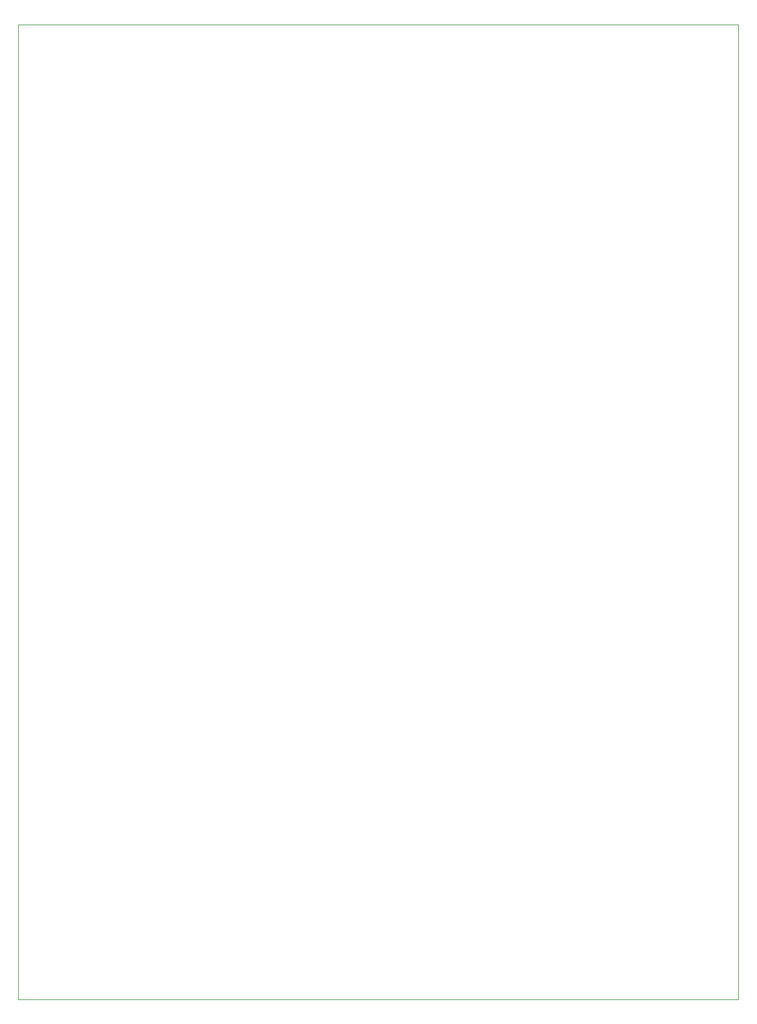
<source format=gm1>
%TF.GenerationSoftware,KiCad,Pcbnew,(6.0.2)*%
%TF.CreationDate,2022-03-12T10:34:22-05:00*%
%TF.ProjectId,macropad,6d616372-6f70-4616-942e-6b696361645f,v0*%
%TF.SameCoordinates,Original*%
%TF.FileFunction,Profile,NP*%
%FSLAX46Y46*%
G04 Gerber Fmt 4.6, Leading zero omitted, Abs format (unit mm)*
G04 Created by KiCad (PCBNEW (6.0.2)) date 2022-03-12 10:34:22*
%MOMM*%
%LPD*%
G01*
G04 APERTURE LIST*
%TA.AperFunction,Profile*%
%ADD10C,0.100000*%
%TD*%
G04 APERTURE END LIST*
D10*
X143510000Y-162560000D02*
X39370000Y-162560000D01*
X39370000Y-162560000D02*
X39370000Y-21590000D01*
X39370000Y-21590000D02*
X143510000Y-21590000D01*
X143510000Y-21590000D02*
X143510000Y-162560000D01*
M02*

</source>
